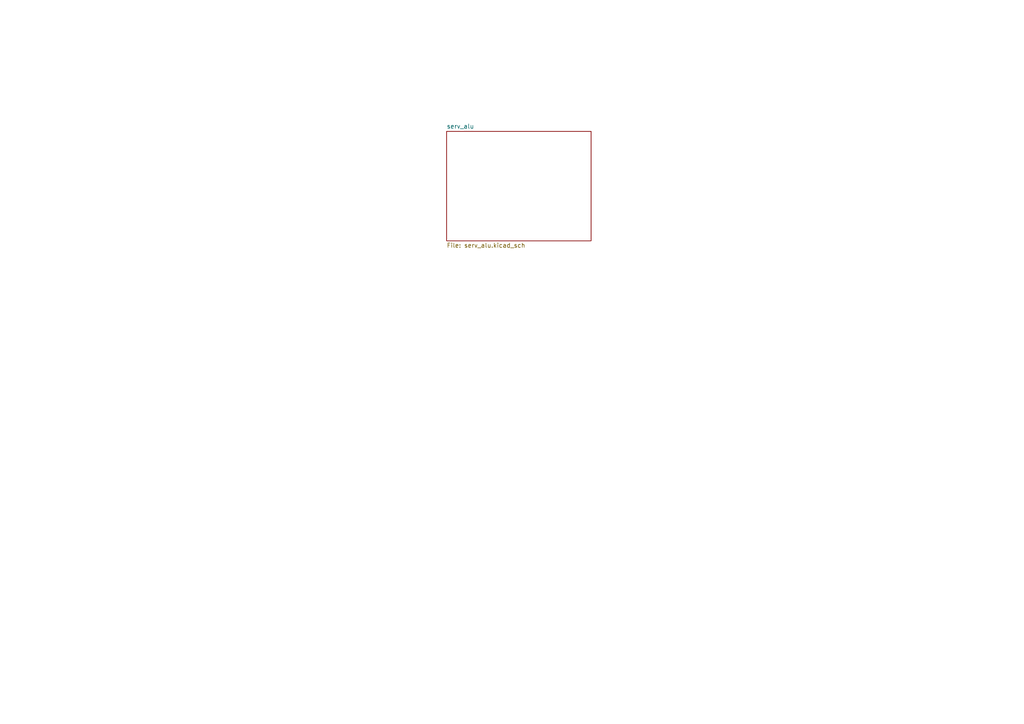
<source format=kicad_sch>
(kicad_sch
	(version 20231120)
	(generator "eeschema")
	(generator_version "8.0")
	(uuid "a3abccc6-6f3f-4223-9375-6c7507473c78")
	(paper "A4")
	(lib_symbols)
	(sheet
		(at 129.54 38.1)
		(size 41.91 31.75)
		(fields_autoplaced yes)
		(stroke
			(width 0.1524)
			(type solid)
		)
		(fill
			(color 0 0 0 0.0000)
		)
		(uuid "0ac05589-c3d0-4957-b26f-6f2f60944639")
		(property "Sheetname" "serv_alu"
			(at 129.54 37.3884 0)
			(effects
				(font
					(size 1.27 1.27)
				)
				(justify left bottom)
			)
		)
		(property "Sheetfile" "serv_alu.kicad_sch"
			(at 129.54 70.4346 0)
			(effects
				(font
					(size 1.27 1.27)
				)
				(justify left top)
			)
		)
		(instances
			(project "serv-hardware"
				(path "/a3abccc6-6f3f-4223-9375-6c7507473c78"
					(page "2")
				)
			)
		)
	)
	(sheet_instances
		(path "/"
			(page "1")
		)
	)
)

</source>
